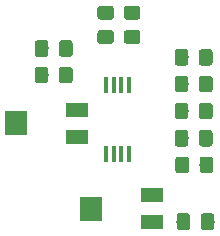
<source format=gbr>
G04 #@! TF.GenerationSoftware,KiCad,Pcbnew,(5.0.0)*
G04 #@! TF.CreationDate,2019-08-13T22:33:18+09:00*
G04 #@! TF.ProjectId,gauss_meter_hw,67617573735F6D657465725F68772E6B,rev?*
G04 #@! TF.SameCoordinates,Original*
G04 #@! TF.FileFunction,Paste,Top*
G04 #@! TF.FilePolarity,Positive*
%FSLAX46Y46*%
G04 Gerber Fmt 4.6, Leading zero omitted, Abs format (unit mm)*
G04 Created by KiCad (PCBNEW (5.0.0)) date 08/13/19 22:33:18*
%MOMM*%
%LPD*%
G01*
G04 APERTURE LIST*
%ADD10C,0.100000*%
%ADD11C,1.150000*%
%ADD12R,1.900000X1.300000*%
%ADD13R,1.900000X2.000000*%
%ADD14R,0.450000X1.450000*%
G04 APERTURE END LIST*
D10*
G04 #@! TO.C,C1*
G36*
X176624505Y-82351204D02*
X176648773Y-82354804D01*
X176672572Y-82360765D01*
X176695671Y-82369030D01*
X176717850Y-82379520D01*
X176738893Y-82392132D01*
X176758599Y-82406747D01*
X176776777Y-82423223D01*
X176793253Y-82441401D01*
X176807868Y-82461107D01*
X176820480Y-82482150D01*
X176830970Y-82504329D01*
X176839235Y-82527428D01*
X176845196Y-82551227D01*
X176848796Y-82575495D01*
X176850000Y-82599999D01*
X176850000Y-83500001D01*
X176848796Y-83524505D01*
X176845196Y-83548773D01*
X176839235Y-83572572D01*
X176830970Y-83595671D01*
X176820480Y-83617850D01*
X176807868Y-83638893D01*
X176793253Y-83658599D01*
X176776777Y-83676777D01*
X176758599Y-83693253D01*
X176738893Y-83707868D01*
X176717850Y-83720480D01*
X176695671Y-83730970D01*
X176672572Y-83739235D01*
X176648773Y-83745196D01*
X176624505Y-83748796D01*
X176600001Y-83750000D01*
X175949999Y-83750000D01*
X175925495Y-83748796D01*
X175901227Y-83745196D01*
X175877428Y-83739235D01*
X175854329Y-83730970D01*
X175832150Y-83720480D01*
X175811107Y-83707868D01*
X175791401Y-83693253D01*
X175773223Y-83676777D01*
X175756747Y-83658599D01*
X175742132Y-83638893D01*
X175729520Y-83617850D01*
X175719030Y-83595671D01*
X175710765Y-83572572D01*
X175704804Y-83548773D01*
X175701204Y-83524505D01*
X175700000Y-83500001D01*
X175700000Y-82599999D01*
X175701204Y-82575495D01*
X175704804Y-82551227D01*
X175710765Y-82527428D01*
X175719030Y-82504329D01*
X175729520Y-82482150D01*
X175742132Y-82461107D01*
X175756747Y-82441401D01*
X175773223Y-82423223D01*
X175791401Y-82406747D01*
X175811107Y-82392132D01*
X175832150Y-82379520D01*
X175854329Y-82369030D01*
X175877428Y-82360765D01*
X175901227Y-82354804D01*
X175925495Y-82351204D01*
X175949999Y-82350000D01*
X176600001Y-82350000D01*
X176624505Y-82351204D01*
X176624505Y-82351204D01*
G37*
D11*
X176275000Y-83050000D03*
D10*
G36*
X178674505Y-82351204D02*
X178698773Y-82354804D01*
X178722572Y-82360765D01*
X178745671Y-82369030D01*
X178767850Y-82379520D01*
X178788893Y-82392132D01*
X178808599Y-82406747D01*
X178826777Y-82423223D01*
X178843253Y-82441401D01*
X178857868Y-82461107D01*
X178870480Y-82482150D01*
X178880970Y-82504329D01*
X178889235Y-82527428D01*
X178895196Y-82551227D01*
X178898796Y-82575495D01*
X178900000Y-82599999D01*
X178900000Y-83500001D01*
X178898796Y-83524505D01*
X178895196Y-83548773D01*
X178889235Y-83572572D01*
X178880970Y-83595671D01*
X178870480Y-83617850D01*
X178857868Y-83638893D01*
X178843253Y-83658599D01*
X178826777Y-83676777D01*
X178808599Y-83693253D01*
X178788893Y-83707868D01*
X178767850Y-83720480D01*
X178745671Y-83730970D01*
X178722572Y-83739235D01*
X178698773Y-83745196D01*
X178674505Y-83748796D01*
X178650001Y-83750000D01*
X177999999Y-83750000D01*
X177975495Y-83748796D01*
X177951227Y-83745196D01*
X177927428Y-83739235D01*
X177904329Y-83730970D01*
X177882150Y-83720480D01*
X177861107Y-83707868D01*
X177841401Y-83693253D01*
X177823223Y-83676777D01*
X177806747Y-83658599D01*
X177792132Y-83638893D01*
X177779520Y-83617850D01*
X177769030Y-83595671D01*
X177760765Y-83572572D01*
X177754804Y-83548773D01*
X177751204Y-83524505D01*
X177750000Y-83500001D01*
X177750000Y-82599999D01*
X177751204Y-82575495D01*
X177754804Y-82551227D01*
X177760765Y-82527428D01*
X177769030Y-82504329D01*
X177779520Y-82482150D01*
X177792132Y-82461107D01*
X177806747Y-82441401D01*
X177823223Y-82423223D01*
X177841401Y-82406747D01*
X177861107Y-82392132D01*
X177882150Y-82379520D01*
X177904329Y-82369030D01*
X177927428Y-82360765D01*
X177951227Y-82354804D01*
X177975495Y-82351204D01*
X177999999Y-82350000D01*
X178650001Y-82350000D01*
X178674505Y-82351204D01*
X178674505Y-82351204D01*
G37*
D11*
X178325000Y-83050000D03*
G04 #@! TD*
D10*
G04 #@! TO.C,C2*
G36*
X178674505Y-86951204D02*
X178698773Y-86954804D01*
X178722572Y-86960765D01*
X178745671Y-86969030D01*
X178767850Y-86979520D01*
X178788893Y-86992132D01*
X178808599Y-87006747D01*
X178826777Y-87023223D01*
X178843253Y-87041401D01*
X178857868Y-87061107D01*
X178870480Y-87082150D01*
X178880970Y-87104329D01*
X178889235Y-87127428D01*
X178895196Y-87151227D01*
X178898796Y-87175495D01*
X178900000Y-87199999D01*
X178900000Y-88100001D01*
X178898796Y-88124505D01*
X178895196Y-88148773D01*
X178889235Y-88172572D01*
X178880970Y-88195671D01*
X178870480Y-88217850D01*
X178857868Y-88238893D01*
X178843253Y-88258599D01*
X178826777Y-88276777D01*
X178808599Y-88293253D01*
X178788893Y-88307868D01*
X178767850Y-88320480D01*
X178745671Y-88330970D01*
X178722572Y-88339235D01*
X178698773Y-88345196D01*
X178674505Y-88348796D01*
X178650001Y-88350000D01*
X177999999Y-88350000D01*
X177975495Y-88348796D01*
X177951227Y-88345196D01*
X177927428Y-88339235D01*
X177904329Y-88330970D01*
X177882150Y-88320480D01*
X177861107Y-88307868D01*
X177841401Y-88293253D01*
X177823223Y-88276777D01*
X177806747Y-88258599D01*
X177792132Y-88238893D01*
X177779520Y-88217850D01*
X177769030Y-88195671D01*
X177760765Y-88172572D01*
X177754804Y-88148773D01*
X177751204Y-88124505D01*
X177750000Y-88100001D01*
X177750000Y-87199999D01*
X177751204Y-87175495D01*
X177754804Y-87151227D01*
X177760765Y-87127428D01*
X177769030Y-87104329D01*
X177779520Y-87082150D01*
X177792132Y-87061107D01*
X177806747Y-87041401D01*
X177823223Y-87023223D01*
X177841401Y-87006747D01*
X177861107Y-86992132D01*
X177882150Y-86979520D01*
X177904329Y-86969030D01*
X177927428Y-86960765D01*
X177951227Y-86954804D01*
X177975495Y-86951204D01*
X177999999Y-86950000D01*
X178650001Y-86950000D01*
X178674505Y-86951204D01*
X178674505Y-86951204D01*
G37*
D11*
X178325000Y-87650000D03*
D10*
G36*
X176624505Y-86951204D02*
X176648773Y-86954804D01*
X176672572Y-86960765D01*
X176695671Y-86969030D01*
X176717850Y-86979520D01*
X176738893Y-86992132D01*
X176758599Y-87006747D01*
X176776777Y-87023223D01*
X176793253Y-87041401D01*
X176807868Y-87061107D01*
X176820480Y-87082150D01*
X176830970Y-87104329D01*
X176839235Y-87127428D01*
X176845196Y-87151227D01*
X176848796Y-87175495D01*
X176850000Y-87199999D01*
X176850000Y-88100001D01*
X176848796Y-88124505D01*
X176845196Y-88148773D01*
X176839235Y-88172572D01*
X176830970Y-88195671D01*
X176820480Y-88217850D01*
X176807868Y-88238893D01*
X176793253Y-88258599D01*
X176776777Y-88276777D01*
X176758599Y-88293253D01*
X176738893Y-88307868D01*
X176717850Y-88320480D01*
X176695671Y-88330970D01*
X176672572Y-88339235D01*
X176648773Y-88345196D01*
X176624505Y-88348796D01*
X176600001Y-88350000D01*
X175949999Y-88350000D01*
X175925495Y-88348796D01*
X175901227Y-88345196D01*
X175877428Y-88339235D01*
X175854329Y-88330970D01*
X175832150Y-88320480D01*
X175811107Y-88307868D01*
X175791401Y-88293253D01*
X175773223Y-88276777D01*
X175756747Y-88258599D01*
X175742132Y-88238893D01*
X175729520Y-88217850D01*
X175719030Y-88195671D01*
X175710765Y-88172572D01*
X175704804Y-88148773D01*
X175701204Y-88124505D01*
X175700000Y-88100001D01*
X175700000Y-87199999D01*
X175701204Y-87175495D01*
X175704804Y-87151227D01*
X175710765Y-87127428D01*
X175719030Y-87104329D01*
X175729520Y-87082150D01*
X175742132Y-87061107D01*
X175756747Y-87041401D01*
X175773223Y-87023223D01*
X175791401Y-87006747D01*
X175811107Y-86992132D01*
X175832150Y-86979520D01*
X175854329Y-86969030D01*
X175877428Y-86960765D01*
X175901227Y-86954804D01*
X175925495Y-86951204D01*
X175949999Y-86950000D01*
X176600001Y-86950000D01*
X176624505Y-86951204D01*
X176624505Y-86951204D01*
G37*
D11*
X176275000Y-87650000D03*
G04 #@! TD*
D10*
G04 #@! TO.C,C3*
G36*
X172574505Y-76451204D02*
X172598773Y-76454804D01*
X172622572Y-76460765D01*
X172645671Y-76469030D01*
X172667850Y-76479520D01*
X172688893Y-76492132D01*
X172708599Y-76506747D01*
X172726777Y-76523223D01*
X172743253Y-76541401D01*
X172757868Y-76561107D01*
X172770480Y-76582150D01*
X172780970Y-76604329D01*
X172789235Y-76627428D01*
X172795196Y-76651227D01*
X172798796Y-76675495D01*
X172800000Y-76699999D01*
X172800000Y-77350001D01*
X172798796Y-77374505D01*
X172795196Y-77398773D01*
X172789235Y-77422572D01*
X172780970Y-77445671D01*
X172770480Y-77467850D01*
X172757868Y-77488893D01*
X172743253Y-77508599D01*
X172726777Y-77526777D01*
X172708599Y-77543253D01*
X172688893Y-77557868D01*
X172667850Y-77570480D01*
X172645671Y-77580970D01*
X172622572Y-77589235D01*
X172598773Y-77595196D01*
X172574505Y-77598796D01*
X172550001Y-77600000D01*
X171649999Y-77600000D01*
X171625495Y-77598796D01*
X171601227Y-77595196D01*
X171577428Y-77589235D01*
X171554329Y-77580970D01*
X171532150Y-77570480D01*
X171511107Y-77557868D01*
X171491401Y-77543253D01*
X171473223Y-77526777D01*
X171456747Y-77508599D01*
X171442132Y-77488893D01*
X171429520Y-77467850D01*
X171419030Y-77445671D01*
X171410765Y-77422572D01*
X171404804Y-77398773D01*
X171401204Y-77374505D01*
X171400000Y-77350001D01*
X171400000Y-76699999D01*
X171401204Y-76675495D01*
X171404804Y-76651227D01*
X171410765Y-76627428D01*
X171419030Y-76604329D01*
X171429520Y-76582150D01*
X171442132Y-76561107D01*
X171456747Y-76541401D01*
X171473223Y-76523223D01*
X171491401Y-76506747D01*
X171511107Y-76492132D01*
X171532150Y-76479520D01*
X171554329Y-76469030D01*
X171577428Y-76460765D01*
X171601227Y-76454804D01*
X171625495Y-76451204D01*
X171649999Y-76450000D01*
X172550001Y-76450000D01*
X172574505Y-76451204D01*
X172574505Y-76451204D01*
G37*
D11*
X172100000Y-77025000D03*
D10*
G36*
X172574505Y-78501204D02*
X172598773Y-78504804D01*
X172622572Y-78510765D01*
X172645671Y-78519030D01*
X172667850Y-78529520D01*
X172688893Y-78542132D01*
X172708599Y-78556747D01*
X172726777Y-78573223D01*
X172743253Y-78591401D01*
X172757868Y-78611107D01*
X172770480Y-78632150D01*
X172780970Y-78654329D01*
X172789235Y-78677428D01*
X172795196Y-78701227D01*
X172798796Y-78725495D01*
X172800000Y-78749999D01*
X172800000Y-79400001D01*
X172798796Y-79424505D01*
X172795196Y-79448773D01*
X172789235Y-79472572D01*
X172780970Y-79495671D01*
X172770480Y-79517850D01*
X172757868Y-79538893D01*
X172743253Y-79558599D01*
X172726777Y-79576777D01*
X172708599Y-79593253D01*
X172688893Y-79607868D01*
X172667850Y-79620480D01*
X172645671Y-79630970D01*
X172622572Y-79639235D01*
X172598773Y-79645196D01*
X172574505Y-79648796D01*
X172550001Y-79650000D01*
X171649999Y-79650000D01*
X171625495Y-79648796D01*
X171601227Y-79645196D01*
X171577428Y-79639235D01*
X171554329Y-79630970D01*
X171532150Y-79620480D01*
X171511107Y-79607868D01*
X171491401Y-79593253D01*
X171473223Y-79576777D01*
X171456747Y-79558599D01*
X171442132Y-79538893D01*
X171429520Y-79517850D01*
X171419030Y-79495671D01*
X171410765Y-79472572D01*
X171404804Y-79448773D01*
X171401204Y-79424505D01*
X171400000Y-79400001D01*
X171400000Y-78749999D01*
X171401204Y-78725495D01*
X171404804Y-78701227D01*
X171410765Y-78677428D01*
X171419030Y-78654329D01*
X171429520Y-78632150D01*
X171442132Y-78611107D01*
X171456747Y-78591401D01*
X171473223Y-78573223D01*
X171491401Y-78556747D01*
X171511107Y-78542132D01*
X171532150Y-78529520D01*
X171554329Y-78519030D01*
X171577428Y-78510765D01*
X171601227Y-78504804D01*
X171625495Y-78501204D01*
X171649999Y-78500000D01*
X172550001Y-78500000D01*
X172574505Y-78501204D01*
X172574505Y-78501204D01*
G37*
D11*
X172100000Y-79075000D03*
G04 #@! TD*
D10*
G04 #@! TO.C,C4*
G36*
X164774505Y-79351204D02*
X164798773Y-79354804D01*
X164822572Y-79360765D01*
X164845671Y-79369030D01*
X164867850Y-79379520D01*
X164888893Y-79392132D01*
X164908599Y-79406747D01*
X164926777Y-79423223D01*
X164943253Y-79441401D01*
X164957868Y-79461107D01*
X164970480Y-79482150D01*
X164980970Y-79504329D01*
X164989235Y-79527428D01*
X164995196Y-79551227D01*
X164998796Y-79575495D01*
X165000000Y-79599999D01*
X165000000Y-80500001D01*
X164998796Y-80524505D01*
X164995196Y-80548773D01*
X164989235Y-80572572D01*
X164980970Y-80595671D01*
X164970480Y-80617850D01*
X164957868Y-80638893D01*
X164943253Y-80658599D01*
X164926777Y-80676777D01*
X164908599Y-80693253D01*
X164888893Y-80707868D01*
X164867850Y-80720480D01*
X164845671Y-80730970D01*
X164822572Y-80739235D01*
X164798773Y-80745196D01*
X164774505Y-80748796D01*
X164750001Y-80750000D01*
X164099999Y-80750000D01*
X164075495Y-80748796D01*
X164051227Y-80745196D01*
X164027428Y-80739235D01*
X164004329Y-80730970D01*
X163982150Y-80720480D01*
X163961107Y-80707868D01*
X163941401Y-80693253D01*
X163923223Y-80676777D01*
X163906747Y-80658599D01*
X163892132Y-80638893D01*
X163879520Y-80617850D01*
X163869030Y-80595671D01*
X163860765Y-80572572D01*
X163854804Y-80548773D01*
X163851204Y-80524505D01*
X163850000Y-80500001D01*
X163850000Y-79599999D01*
X163851204Y-79575495D01*
X163854804Y-79551227D01*
X163860765Y-79527428D01*
X163869030Y-79504329D01*
X163879520Y-79482150D01*
X163892132Y-79461107D01*
X163906747Y-79441401D01*
X163923223Y-79423223D01*
X163941401Y-79406747D01*
X163961107Y-79392132D01*
X163982150Y-79379520D01*
X164004329Y-79369030D01*
X164027428Y-79360765D01*
X164051227Y-79354804D01*
X164075495Y-79351204D01*
X164099999Y-79350000D01*
X164750001Y-79350000D01*
X164774505Y-79351204D01*
X164774505Y-79351204D01*
G37*
D11*
X164425000Y-80050000D03*
D10*
G36*
X166824505Y-79351204D02*
X166848773Y-79354804D01*
X166872572Y-79360765D01*
X166895671Y-79369030D01*
X166917850Y-79379520D01*
X166938893Y-79392132D01*
X166958599Y-79406747D01*
X166976777Y-79423223D01*
X166993253Y-79441401D01*
X167007868Y-79461107D01*
X167020480Y-79482150D01*
X167030970Y-79504329D01*
X167039235Y-79527428D01*
X167045196Y-79551227D01*
X167048796Y-79575495D01*
X167050000Y-79599999D01*
X167050000Y-80500001D01*
X167048796Y-80524505D01*
X167045196Y-80548773D01*
X167039235Y-80572572D01*
X167030970Y-80595671D01*
X167020480Y-80617850D01*
X167007868Y-80638893D01*
X166993253Y-80658599D01*
X166976777Y-80676777D01*
X166958599Y-80693253D01*
X166938893Y-80707868D01*
X166917850Y-80720480D01*
X166895671Y-80730970D01*
X166872572Y-80739235D01*
X166848773Y-80745196D01*
X166824505Y-80748796D01*
X166800001Y-80750000D01*
X166149999Y-80750000D01*
X166125495Y-80748796D01*
X166101227Y-80745196D01*
X166077428Y-80739235D01*
X166054329Y-80730970D01*
X166032150Y-80720480D01*
X166011107Y-80707868D01*
X165991401Y-80693253D01*
X165973223Y-80676777D01*
X165956747Y-80658599D01*
X165942132Y-80638893D01*
X165929520Y-80617850D01*
X165919030Y-80595671D01*
X165910765Y-80572572D01*
X165904804Y-80548773D01*
X165901204Y-80524505D01*
X165900000Y-80500001D01*
X165900000Y-79599999D01*
X165901204Y-79575495D01*
X165904804Y-79551227D01*
X165910765Y-79527428D01*
X165919030Y-79504329D01*
X165929520Y-79482150D01*
X165942132Y-79461107D01*
X165956747Y-79441401D01*
X165973223Y-79423223D01*
X165991401Y-79406747D01*
X166011107Y-79392132D01*
X166032150Y-79379520D01*
X166054329Y-79369030D01*
X166077428Y-79360765D01*
X166101227Y-79354804D01*
X166125495Y-79351204D01*
X166149999Y-79350000D01*
X166800001Y-79350000D01*
X166824505Y-79351204D01*
X166824505Y-79351204D01*
G37*
D11*
X166475000Y-80050000D03*
G04 #@! TD*
D10*
G04 #@! TO.C,C5*
G36*
X166824505Y-81601204D02*
X166848773Y-81604804D01*
X166872572Y-81610765D01*
X166895671Y-81619030D01*
X166917850Y-81629520D01*
X166938893Y-81642132D01*
X166958599Y-81656747D01*
X166976777Y-81673223D01*
X166993253Y-81691401D01*
X167007868Y-81711107D01*
X167020480Y-81732150D01*
X167030970Y-81754329D01*
X167039235Y-81777428D01*
X167045196Y-81801227D01*
X167048796Y-81825495D01*
X167050000Y-81849999D01*
X167050000Y-82750001D01*
X167048796Y-82774505D01*
X167045196Y-82798773D01*
X167039235Y-82822572D01*
X167030970Y-82845671D01*
X167020480Y-82867850D01*
X167007868Y-82888893D01*
X166993253Y-82908599D01*
X166976777Y-82926777D01*
X166958599Y-82943253D01*
X166938893Y-82957868D01*
X166917850Y-82970480D01*
X166895671Y-82980970D01*
X166872572Y-82989235D01*
X166848773Y-82995196D01*
X166824505Y-82998796D01*
X166800001Y-83000000D01*
X166149999Y-83000000D01*
X166125495Y-82998796D01*
X166101227Y-82995196D01*
X166077428Y-82989235D01*
X166054329Y-82980970D01*
X166032150Y-82970480D01*
X166011107Y-82957868D01*
X165991401Y-82943253D01*
X165973223Y-82926777D01*
X165956747Y-82908599D01*
X165942132Y-82888893D01*
X165929520Y-82867850D01*
X165919030Y-82845671D01*
X165910765Y-82822572D01*
X165904804Y-82798773D01*
X165901204Y-82774505D01*
X165900000Y-82750001D01*
X165900000Y-81849999D01*
X165901204Y-81825495D01*
X165904804Y-81801227D01*
X165910765Y-81777428D01*
X165919030Y-81754329D01*
X165929520Y-81732150D01*
X165942132Y-81711107D01*
X165956747Y-81691401D01*
X165973223Y-81673223D01*
X165991401Y-81656747D01*
X166011107Y-81642132D01*
X166032150Y-81629520D01*
X166054329Y-81619030D01*
X166077428Y-81610765D01*
X166101227Y-81604804D01*
X166125495Y-81601204D01*
X166149999Y-81600000D01*
X166800001Y-81600000D01*
X166824505Y-81601204D01*
X166824505Y-81601204D01*
G37*
D11*
X166475000Y-82300000D03*
D10*
G36*
X164774505Y-81601204D02*
X164798773Y-81604804D01*
X164822572Y-81610765D01*
X164845671Y-81619030D01*
X164867850Y-81629520D01*
X164888893Y-81642132D01*
X164908599Y-81656747D01*
X164926777Y-81673223D01*
X164943253Y-81691401D01*
X164957868Y-81711107D01*
X164970480Y-81732150D01*
X164980970Y-81754329D01*
X164989235Y-81777428D01*
X164995196Y-81801227D01*
X164998796Y-81825495D01*
X165000000Y-81849999D01*
X165000000Y-82750001D01*
X164998796Y-82774505D01*
X164995196Y-82798773D01*
X164989235Y-82822572D01*
X164980970Y-82845671D01*
X164970480Y-82867850D01*
X164957868Y-82888893D01*
X164943253Y-82908599D01*
X164926777Y-82926777D01*
X164908599Y-82943253D01*
X164888893Y-82957868D01*
X164867850Y-82970480D01*
X164845671Y-82980970D01*
X164822572Y-82989235D01*
X164798773Y-82995196D01*
X164774505Y-82998796D01*
X164750001Y-83000000D01*
X164099999Y-83000000D01*
X164075495Y-82998796D01*
X164051227Y-82995196D01*
X164027428Y-82989235D01*
X164004329Y-82980970D01*
X163982150Y-82970480D01*
X163961107Y-82957868D01*
X163941401Y-82943253D01*
X163923223Y-82926777D01*
X163906747Y-82908599D01*
X163892132Y-82888893D01*
X163879520Y-82867850D01*
X163869030Y-82845671D01*
X163860765Y-82822572D01*
X163854804Y-82798773D01*
X163851204Y-82774505D01*
X163850000Y-82750001D01*
X163850000Y-81849999D01*
X163851204Y-81825495D01*
X163854804Y-81801227D01*
X163860765Y-81777428D01*
X163869030Y-81754329D01*
X163879520Y-81732150D01*
X163892132Y-81711107D01*
X163906747Y-81691401D01*
X163923223Y-81673223D01*
X163941401Y-81656747D01*
X163961107Y-81642132D01*
X163982150Y-81629520D01*
X164004329Y-81619030D01*
X164027428Y-81610765D01*
X164051227Y-81604804D01*
X164075495Y-81601204D01*
X164099999Y-81600000D01*
X164750001Y-81600000D01*
X164774505Y-81601204D01*
X164774505Y-81601204D01*
G37*
D11*
X164425000Y-82300000D03*
G04 #@! TD*
D10*
G04 #@! TO.C,R1*
G36*
X176624505Y-80101204D02*
X176648773Y-80104804D01*
X176672572Y-80110765D01*
X176695671Y-80119030D01*
X176717850Y-80129520D01*
X176738893Y-80142132D01*
X176758599Y-80156747D01*
X176776777Y-80173223D01*
X176793253Y-80191401D01*
X176807868Y-80211107D01*
X176820480Y-80232150D01*
X176830970Y-80254329D01*
X176839235Y-80277428D01*
X176845196Y-80301227D01*
X176848796Y-80325495D01*
X176850000Y-80349999D01*
X176850000Y-81250001D01*
X176848796Y-81274505D01*
X176845196Y-81298773D01*
X176839235Y-81322572D01*
X176830970Y-81345671D01*
X176820480Y-81367850D01*
X176807868Y-81388893D01*
X176793253Y-81408599D01*
X176776777Y-81426777D01*
X176758599Y-81443253D01*
X176738893Y-81457868D01*
X176717850Y-81470480D01*
X176695671Y-81480970D01*
X176672572Y-81489235D01*
X176648773Y-81495196D01*
X176624505Y-81498796D01*
X176600001Y-81500000D01*
X175949999Y-81500000D01*
X175925495Y-81498796D01*
X175901227Y-81495196D01*
X175877428Y-81489235D01*
X175854329Y-81480970D01*
X175832150Y-81470480D01*
X175811107Y-81457868D01*
X175791401Y-81443253D01*
X175773223Y-81426777D01*
X175756747Y-81408599D01*
X175742132Y-81388893D01*
X175729520Y-81367850D01*
X175719030Y-81345671D01*
X175710765Y-81322572D01*
X175704804Y-81298773D01*
X175701204Y-81274505D01*
X175700000Y-81250001D01*
X175700000Y-80349999D01*
X175701204Y-80325495D01*
X175704804Y-80301227D01*
X175710765Y-80277428D01*
X175719030Y-80254329D01*
X175729520Y-80232150D01*
X175742132Y-80211107D01*
X175756747Y-80191401D01*
X175773223Y-80173223D01*
X175791401Y-80156747D01*
X175811107Y-80142132D01*
X175832150Y-80129520D01*
X175854329Y-80119030D01*
X175877428Y-80110765D01*
X175901227Y-80104804D01*
X175925495Y-80101204D01*
X175949999Y-80100000D01*
X176600001Y-80100000D01*
X176624505Y-80101204D01*
X176624505Y-80101204D01*
G37*
D11*
X176275000Y-80800000D03*
D10*
G36*
X178674505Y-80101204D02*
X178698773Y-80104804D01*
X178722572Y-80110765D01*
X178745671Y-80119030D01*
X178767850Y-80129520D01*
X178788893Y-80142132D01*
X178808599Y-80156747D01*
X178826777Y-80173223D01*
X178843253Y-80191401D01*
X178857868Y-80211107D01*
X178870480Y-80232150D01*
X178880970Y-80254329D01*
X178889235Y-80277428D01*
X178895196Y-80301227D01*
X178898796Y-80325495D01*
X178900000Y-80349999D01*
X178900000Y-81250001D01*
X178898796Y-81274505D01*
X178895196Y-81298773D01*
X178889235Y-81322572D01*
X178880970Y-81345671D01*
X178870480Y-81367850D01*
X178857868Y-81388893D01*
X178843253Y-81408599D01*
X178826777Y-81426777D01*
X178808599Y-81443253D01*
X178788893Y-81457868D01*
X178767850Y-81470480D01*
X178745671Y-81480970D01*
X178722572Y-81489235D01*
X178698773Y-81495196D01*
X178674505Y-81498796D01*
X178650001Y-81500000D01*
X177999999Y-81500000D01*
X177975495Y-81498796D01*
X177951227Y-81495196D01*
X177927428Y-81489235D01*
X177904329Y-81480970D01*
X177882150Y-81470480D01*
X177861107Y-81457868D01*
X177841401Y-81443253D01*
X177823223Y-81426777D01*
X177806747Y-81408599D01*
X177792132Y-81388893D01*
X177779520Y-81367850D01*
X177769030Y-81345671D01*
X177760765Y-81322572D01*
X177754804Y-81298773D01*
X177751204Y-81274505D01*
X177750000Y-81250001D01*
X177750000Y-80349999D01*
X177751204Y-80325495D01*
X177754804Y-80301227D01*
X177760765Y-80277428D01*
X177769030Y-80254329D01*
X177779520Y-80232150D01*
X177792132Y-80211107D01*
X177806747Y-80191401D01*
X177823223Y-80173223D01*
X177841401Y-80156747D01*
X177861107Y-80142132D01*
X177882150Y-80129520D01*
X177904329Y-80119030D01*
X177927428Y-80110765D01*
X177951227Y-80104804D01*
X177975495Y-80101204D01*
X177999999Y-80100000D01*
X178650001Y-80100000D01*
X178674505Y-80101204D01*
X178674505Y-80101204D01*
G37*
D11*
X178325000Y-80800000D03*
G04 #@! TD*
D10*
G04 #@! TO.C,R2*
G36*
X178824505Y-94001204D02*
X178848773Y-94004804D01*
X178872572Y-94010765D01*
X178895671Y-94019030D01*
X178917850Y-94029520D01*
X178938893Y-94042132D01*
X178958599Y-94056747D01*
X178976777Y-94073223D01*
X178993253Y-94091401D01*
X179007868Y-94111107D01*
X179020480Y-94132150D01*
X179030970Y-94154329D01*
X179039235Y-94177428D01*
X179045196Y-94201227D01*
X179048796Y-94225495D01*
X179050000Y-94249999D01*
X179050000Y-95150001D01*
X179048796Y-95174505D01*
X179045196Y-95198773D01*
X179039235Y-95222572D01*
X179030970Y-95245671D01*
X179020480Y-95267850D01*
X179007868Y-95288893D01*
X178993253Y-95308599D01*
X178976777Y-95326777D01*
X178958599Y-95343253D01*
X178938893Y-95357868D01*
X178917850Y-95370480D01*
X178895671Y-95380970D01*
X178872572Y-95389235D01*
X178848773Y-95395196D01*
X178824505Y-95398796D01*
X178800001Y-95400000D01*
X178149999Y-95400000D01*
X178125495Y-95398796D01*
X178101227Y-95395196D01*
X178077428Y-95389235D01*
X178054329Y-95380970D01*
X178032150Y-95370480D01*
X178011107Y-95357868D01*
X177991401Y-95343253D01*
X177973223Y-95326777D01*
X177956747Y-95308599D01*
X177942132Y-95288893D01*
X177929520Y-95267850D01*
X177919030Y-95245671D01*
X177910765Y-95222572D01*
X177904804Y-95198773D01*
X177901204Y-95174505D01*
X177900000Y-95150001D01*
X177900000Y-94249999D01*
X177901204Y-94225495D01*
X177904804Y-94201227D01*
X177910765Y-94177428D01*
X177919030Y-94154329D01*
X177929520Y-94132150D01*
X177942132Y-94111107D01*
X177956747Y-94091401D01*
X177973223Y-94073223D01*
X177991401Y-94056747D01*
X178011107Y-94042132D01*
X178032150Y-94029520D01*
X178054329Y-94019030D01*
X178077428Y-94010765D01*
X178101227Y-94004804D01*
X178125495Y-94001204D01*
X178149999Y-94000000D01*
X178800001Y-94000000D01*
X178824505Y-94001204D01*
X178824505Y-94001204D01*
G37*
D11*
X178475000Y-94700000D03*
D10*
G36*
X176774505Y-94001204D02*
X176798773Y-94004804D01*
X176822572Y-94010765D01*
X176845671Y-94019030D01*
X176867850Y-94029520D01*
X176888893Y-94042132D01*
X176908599Y-94056747D01*
X176926777Y-94073223D01*
X176943253Y-94091401D01*
X176957868Y-94111107D01*
X176970480Y-94132150D01*
X176980970Y-94154329D01*
X176989235Y-94177428D01*
X176995196Y-94201227D01*
X176998796Y-94225495D01*
X177000000Y-94249999D01*
X177000000Y-95150001D01*
X176998796Y-95174505D01*
X176995196Y-95198773D01*
X176989235Y-95222572D01*
X176980970Y-95245671D01*
X176970480Y-95267850D01*
X176957868Y-95288893D01*
X176943253Y-95308599D01*
X176926777Y-95326777D01*
X176908599Y-95343253D01*
X176888893Y-95357868D01*
X176867850Y-95370480D01*
X176845671Y-95380970D01*
X176822572Y-95389235D01*
X176798773Y-95395196D01*
X176774505Y-95398796D01*
X176750001Y-95400000D01*
X176099999Y-95400000D01*
X176075495Y-95398796D01*
X176051227Y-95395196D01*
X176027428Y-95389235D01*
X176004329Y-95380970D01*
X175982150Y-95370480D01*
X175961107Y-95357868D01*
X175941401Y-95343253D01*
X175923223Y-95326777D01*
X175906747Y-95308599D01*
X175892132Y-95288893D01*
X175879520Y-95267850D01*
X175869030Y-95245671D01*
X175860765Y-95222572D01*
X175854804Y-95198773D01*
X175851204Y-95174505D01*
X175850000Y-95150001D01*
X175850000Y-94249999D01*
X175851204Y-94225495D01*
X175854804Y-94201227D01*
X175860765Y-94177428D01*
X175869030Y-94154329D01*
X175879520Y-94132150D01*
X175892132Y-94111107D01*
X175906747Y-94091401D01*
X175923223Y-94073223D01*
X175941401Y-94056747D01*
X175961107Y-94042132D01*
X175982150Y-94029520D01*
X176004329Y-94019030D01*
X176027428Y-94010765D01*
X176051227Y-94004804D01*
X176075495Y-94001204D01*
X176099999Y-94000000D01*
X176750001Y-94000000D01*
X176774505Y-94001204D01*
X176774505Y-94001204D01*
G37*
D11*
X176425000Y-94700000D03*
G04 #@! TD*
D10*
G04 #@! TO.C,R3*
G36*
X178724505Y-89201204D02*
X178748773Y-89204804D01*
X178772572Y-89210765D01*
X178795671Y-89219030D01*
X178817850Y-89229520D01*
X178838893Y-89242132D01*
X178858599Y-89256747D01*
X178876777Y-89273223D01*
X178893253Y-89291401D01*
X178907868Y-89311107D01*
X178920480Y-89332150D01*
X178930970Y-89354329D01*
X178939235Y-89377428D01*
X178945196Y-89401227D01*
X178948796Y-89425495D01*
X178950000Y-89449999D01*
X178950000Y-90350001D01*
X178948796Y-90374505D01*
X178945196Y-90398773D01*
X178939235Y-90422572D01*
X178930970Y-90445671D01*
X178920480Y-90467850D01*
X178907868Y-90488893D01*
X178893253Y-90508599D01*
X178876777Y-90526777D01*
X178858599Y-90543253D01*
X178838893Y-90557868D01*
X178817850Y-90570480D01*
X178795671Y-90580970D01*
X178772572Y-90589235D01*
X178748773Y-90595196D01*
X178724505Y-90598796D01*
X178700001Y-90600000D01*
X178049999Y-90600000D01*
X178025495Y-90598796D01*
X178001227Y-90595196D01*
X177977428Y-90589235D01*
X177954329Y-90580970D01*
X177932150Y-90570480D01*
X177911107Y-90557868D01*
X177891401Y-90543253D01*
X177873223Y-90526777D01*
X177856747Y-90508599D01*
X177842132Y-90488893D01*
X177829520Y-90467850D01*
X177819030Y-90445671D01*
X177810765Y-90422572D01*
X177804804Y-90398773D01*
X177801204Y-90374505D01*
X177800000Y-90350001D01*
X177800000Y-89449999D01*
X177801204Y-89425495D01*
X177804804Y-89401227D01*
X177810765Y-89377428D01*
X177819030Y-89354329D01*
X177829520Y-89332150D01*
X177842132Y-89311107D01*
X177856747Y-89291401D01*
X177873223Y-89273223D01*
X177891401Y-89256747D01*
X177911107Y-89242132D01*
X177932150Y-89229520D01*
X177954329Y-89219030D01*
X177977428Y-89210765D01*
X178001227Y-89204804D01*
X178025495Y-89201204D01*
X178049999Y-89200000D01*
X178700001Y-89200000D01*
X178724505Y-89201204D01*
X178724505Y-89201204D01*
G37*
D11*
X178375000Y-89900000D03*
D10*
G36*
X176674505Y-89201204D02*
X176698773Y-89204804D01*
X176722572Y-89210765D01*
X176745671Y-89219030D01*
X176767850Y-89229520D01*
X176788893Y-89242132D01*
X176808599Y-89256747D01*
X176826777Y-89273223D01*
X176843253Y-89291401D01*
X176857868Y-89311107D01*
X176870480Y-89332150D01*
X176880970Y-89354329D01*
X176889235Y-89377428D01*
X176895196Y-89401227D01*
X176898796Y-89425495D01*
X176900000Y-89449999D01*
X176900000Y-90350001D01*
X176898796Y-90374505D01*
X176895196Y-90398773D01*
X176889235Y-90422572D01*
X176880970Y-90445671D01*
X176870480Y-90467850D01*
X176857868Y-90488893D01*
X176843253Y-90508599D01*
X176826777Y-90526777D01*
X176808599Y-90543253D01*
X176788893Y-90557868D01*
X176767850Y-90570480D01*
X176745671Y-90580970D01*
X176722572Y-90589235D01*
X176698773Y-90595196D01*
X176674505Y-90598796D01*
X176650001Y-90600000D01*
X175999999Y-90600000D01*
X175975495Y-90598796D01*
X175951227Y-90595196D01*
X175927428Y-90589235D01*
X175904329Y-90580970D01*
X175882150Y-90570480D01*
X175861107Y-90557868D01*
X175841401Y-90543253D01*
X175823223Y-90526777D01*
X175806747Y-90508599D01*
X175792132Y-90488893D01*
X175779520Y-90467850D01*
X175769030Y-90445671D01*
X175760765Y-90422572D01*
X175754804Y-90398773D01*
X175751204Y-90374505D01*
X175750000Y-90350001D01*
X175750000Y-89449999D01*
X175751204Y-89425495D01*
X175754804Y-89401227D01*
X175760765Y-89377428D01*
X175769030Y-89354329D01*
X175779520Y-89332150D01*
X175792132Y-89311107D01*
X175806747Y-89291401D01*
X175823223Y-89273223D01*
X175841401Y-89256747D01*
X175861107Y-89242132D01*
X175882150Y-89229520D01*
X175904329Y-89219030D01*
X175927428Y-89210765D01*
X175951227Y-89204804D01*
X175975495Y-89201204D01*
X175999999Y-89200000D01*
X176650001Y-89200000D01*
X176674505Y-89201204D01*
X176674505Y-89201204D01*
G37*
D11*
X176325000Y-89900000D03*
G04 #@! TD*
D10*
G04 #@! TO.C,R4*
G36*
X178674505Y-84651204D02*
X178698773Y-84654804D01*
X178722572Y-84660765D01*
X178745671Y-84669030D01*
X178767850Y-84679520D01*
X178788893Y-84692132D01*
X178808599Y-84706747D01*
X178826777Y-84723223D01*
X178843253Y-84741401D01*
X178857868Y-84761107D01*
X178870480Y-84782150D01*
X178880970Y-84804329D01*
X178889235Y-84827428D01*
X178895196Y-84851227D01*
X178898796Y-84875495D01*
X178900000Y-84899999D01*
X178900000Y-85800001D01*
X178898796Y-85824505D01*
X178895196Y-85848773D01*
X178889235Y-85872572D01*
X178880970Y-85895671D01*
X178870480Y-85917850D01*
X178857868Y-85938893D01*
X178843253Y-85958599D01*
X178826777Y-85976777D01*
X178808599Y-85993253D01*
X178788893Y-86007868D01*
X178767850Y-86020480D01*
X178745671Y-86030970D01*
X178722572Y-86039235D01*
X178698773Y-86045196D01*
X178674505Y-86048796D01*
X178650001Y-86050000D01*
X177999999Y-86050000D01*
X177975495Y-86048796D01*
X177951227Y-86045196D01*
X177927428Y-86039235D01*
X177904329Y-86030970D01*
X177882150Y-86020480D01*
X177861107Y-86007868D01*
X177841401Y-85993253D01*
X177823223Y-85976777D01*
X177806747Y-85958599D01*
X177792132Y-85938893D01*
X177779520Y-85917850D01*
X177769030Y-85895671D01*
X177760765Y-85872572D01*
X177754804Y-85848773D01*
X177751204Y-85824505D01*
X177750000Y-85800001D01*
X177750000Y-84899999D01*
X177751204Y-84875495D01*
X177754804Y-84851227D01*
X177760765Y-84827428D01*
X177769030Y-84804329D01*
X177779520Y-84782150D01*
X177792132Y-84761107D01*
X177806747Y-84741401D01*
X177823223Y-84723223D01*
X177841401Y-84706747D01*
X177861107Y-84692132D01*
X177882150Y-84679520D01*
X177904329Y-84669030D01*
X177927428Y-84660765D01*
X177951227Y-84654804D01*
X177975495Y-84651204D01*
X177999999Y-84650000D01*
X178650001Y-84650000D01*
X178674505Y-84651204D01*
X178674505Y-84651204D01*
G37*
D11*
X178325000Y-85350000D03*
D10*
G36*
X176624505Y-84651204D02*
X176648773Y-84654804D01*
X176672572Y-84660765D01*
X176695671Y-84669030D01*
X176717850Y-84679520D01*
X176738893Y-84692132D01*
X176758599Y-84706747D01*
X176776777Y-84723223D01*
X176793253Y-84741401D01*
X176807868Y-84761107D01*
X176820480Y-84782150D01*
X176830970Y-84804329D01*
X176839235Y-84827428D01*
X176845196Y-84851227D01*
X176848796Y-84875495D01*
X176850000Y-84899999D01*
X176850000Y-85800001D01*
X176848796Y-85824505D01*
X176845196Y-85848773D01*
X176839235Y-85872572D01*
X176830970Y-85895671D01*
X176820480Y-85917850D01*
X176807868Y-85938893D01*
X176793253Y-85958599D01*
X176776777Y-85976777D01*
X176758599Y-85993253D01*
X176738893Y-86007868D01*
X176717850Y-86020480D01*
X176695671Y-86030970D01*
X176672572Y-86039235D01*
X176648773Y-86045196D01*
X176624505Y-86048796D01*
X176600001Y-86050000D01*
X175949999Y-86050000D01*
X175925495Y-86048796D01*
X175901227Y-86045196D01*
X175877428Y-86039235D01*
X175854329Y-86030970D01*
X175832150Y-86020480D01*
X175811107Y-86007868D01*
X175791401Y-85993253D01*
X175773223Y-85976777D01*
X175756747Y-85958599D01*
X175742132Y-85938893D01*
X175729520Y-85917850D01*
X175719030Y-85895671D01*
X175710765Y-85872572D01*
X175704804Y-85848773D01*
X175701204Y-85824505D01*
X175700000Y-85800001D01*
X175700000Y-84899999D01*
X175701204Y-84875495D01*
X175704804Y-84851227D01*
X175710765Y-84827428D01*
X175719030Y-84804329D01*
X175729520Y-84782150D01*
X175742132Y-84761107D01*
X175756747Y-84741401D01*
X175773223Y-84723223D01*
X175791401Y-84706747D01*
X175811107Y-84692132D01*
X175832150Y-84679520D01*
X175854329Y-84669030D01*
X175877428Y-84660765D01*
X175901227Y-84654804D01*
X175925495Y-84651204D01*
X175949999Y-84650000D01*
X176600001Y-84650000D01*
X176624505Y-84651204D01*
X176624505Y-84651204D01*
G37*
D11*
X176275000Y-85350000D03*
G04 #@! TD*
D10*
G04 #@! TO.C,R5*
G36*
X170324505Y-76451204D02*
X170348773Y-76454804D01*
X170372572Y-76460765D01*
X170395671Y-76469030D01*
X170417850Y-76479520D01*
X170438893Y-76492132D01*
X170458599Y-76506747D01*
X170476777Y-76523223D01*
X170493253Y-76541401D01*
X170507868Y-76561107D01*
X170520480Y-76582150D01*
X170530970Y-76604329D01*
X170539235Y-76627428D01*
X170545196Y-76651227D01*
X170548796Y-76675495D01*
X170550000Y-76699999D01*
X170550000Y-77350001D01*
X170548796Y-77374505D01*
X170545196Y-77398773D01*
X170539235Y-77422572D01*
X170530970Y-77445671D01*
X170520480Y-77467850D01*
X170507868Y-77488893D01*
X170493253Y-77508599D01*
X170476777Y-77526777D01*
X170458599Y-77543253D01*
X170438893Y-77557868D01*
X170417850Y-77570480D01*
X170395671Y-77580970D01*
X170372572Y-77589235D01*
X170348773Y-77595196D01*
X170324505Y-77598796D01*
X170300001Y-77600000D01*
X169399999Y-77600000D01*
X169375495Y-77598796D01*
X169351227Y-77595196D01*
X169327428Y-77589235D01*
X169304329Y-77580970D01*
X169282150Y-77570480D01*
X169261107Y-77557868D01*
X169241401Y-77543253D01*
X169223223Y-77526777D01*
X169206747Y-77508599D01*
X169192132Y-77488893D01*
X169179520Y-77467850D01*
X169169030Y-77445671D01*
X169160765Y-77422572D01*
X169154804Y-77398773D01*
X169151204Y-77374505D01*
X169150000Y-77350001D01*
X169150000Y-76699999D01*
X169151204Y-76675495D01*
X169154804Y-76651227D01*
X169160765Y-76627428D01*
X169169030Y-76604329D01*
X169179520Y-76582150D01*
X169192132Y-76561107D01*
X169206747Y-76541401D01*
X169223223Y-76523223D01*
X169241401Y-76506747D01*
X169261107Y-76492132D01*
X169282150Y-76479520D01*
X169304329Y-76469030D01*
X169327428Y-76460765D01*
X169351227Y-76454804D01*
X169375495Y-76451204D01*
X169399999Y-76450000D01*
X170300001Y-76450000D01*
X170324505Y-76451204D01*
X170324505Y-76451204D01*
G37*
D11*
X169850000Y-77025000D03*
D10*
G36*
X170324505Y-78501204D02*
X170348773Y-78504804D01*
X170372572Y-78510765D01*
X170395671Y-78519030D01*
X170417850Y-78529520D01*
X170438893Y-78542132D01*
X170458599Y-78556747D01*
X170476777Y-78573223D01*
X170493253Y-78591401D01*
X170507868Y-78611107D01*
X170520480Y-78632150D01*
X170530970Y-78654329D01*
X170539235Y-78677428D01*
X170545196Y-78701227D01*
X170548796Y-78725495D01*
X170550000Y-78749999D01*
X170550000Y-79400001D01*
X170548796Y-79424505D01*
X170545196Y-79448773D01*
X170539235Y-79472572D01*
X170530970Y-79495671D01*
X170520480Y-79517850D01*
X170507868Y-79538893D01*
X170493253Y-79558599D01*
X170476777Y-79576777D01*
X170458599Y-79593253D01*
X170438893Y-79607868D01*
X170417850Y-79620480D01*
X170395671Y-79630970D01*
X170372572Y-79639235D01*
X170348773Y-79645196D01*
X170324505Y-79648796D01*
X170300001Y-79650000D01*
X169399999Y-79650000D01*
X169375495Y-79648796D01*
X169351227Y-79645196D01*
X169327428Y-79639235D01*
X169304329Y-79630970D01*
X169282150Y-79620480D01*
X169261107Y-79607868D01*
X169241401Y-79593253D01*
X169223223Y-79576777D01*
X169206747Y-79558599D01*
X169192132Y-79538893D01*
X169179520Y-79517850D01*
X169169030Y-79495671D01*
X169160765Y-79472572D01*
X169154804Y-79448773D01*
X169151204Y-79424505D01*
X169150000Y-79400001D01*
X169150000Y-78749999D01*
X169151204Y-78725495D01*
X169154804Y-78701227D01*
X169160765Y-78677428D01*
X169169030Y-78654329D01*
X169179520Y-78632150D01*
X169192132Y-78611107D01*
X169206747Y-78591401D01*
X169223223Y-78573223D01*
X169241401Y-78556747D01*
X169261107Y-78542132D01*
X169282150Y-78529520D01*
X169304329Y-78519030D01*
X169327428Y-78510765D01*
X169351227Y-78504804D01*
X169375495Y-78501204D01*
X169399999Y-78500000D01*
X170300001Y-78500000D01*
X170324505Y-78501204D01*
X170324505Y-78501204D01*
G37*
D11*
X169850000Y-79075000D03*
G04 #@! TD*
D12*
G04 #@! TO.C,RV1*
X173750000Y-94750000D03*
D13*
X168650000Y-93600000D03*
D12*
X173750000Y-92450000D03*
G04 #@! TD*
G04 #@! TO.C,RV2*
X167400000Y-85250000D03*
D13*
X162300000Y-86400000D03*
D12*
X167400000Y-87550000D03*
G04 #@! TD*
D14*
G04 #@! TO.C,U1*
X169875000Y-89000000D03*
X170525000Y-89000000D03*
X171175000Y-89000000D03*
X171825000Y-89000000D03*
X171825000Y-83100000D03*
X171175000Y-83100000D03*
X170525000Y-83100000D03*
X169875000Y-83100000D03*
G04 #@! TD*
M02*

</source>
